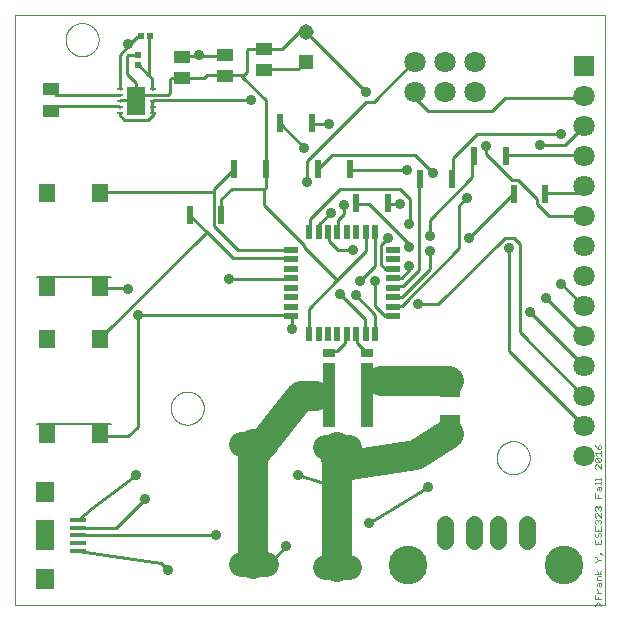
<source format=gtl>
G75*
%MOIN*%
%OFA0B0*%
%FSLAX25Y25*%
%IPPOS*%
%LPD*%
%AMOC8*
5,1,8,0,0,1.08239X$1,22.5*
%
%ADD10C,0.00200*%
%ADD11C,0.00000*%
%ADD12R,0.02200X0.05000*%
%ADD13R,0.05000X0.02200*%
%ADD14R,0.05700X0.04400*%
%ADD15R,0.07087X0.04724*%
%ADD16R,0.05709X0.01575*%
%ADD17R,0.05906X0.07087*%
%ADD18R,0.05906X0.09843*%
%ADD19C,0.05600*%
%ADD20C,0.12900*%
%ADD21C,0.07087*%
%ADD22R,0.07087X0.07087*%
%ADD23C,0.00500*%
%ADD24R,0.05512X0.06299*%
%ADD25R,0.01969X0.06299*%
%ADD26R,0.02200X0.02400*%
%ADD27R,0.04331X0.21260*%
%ADD28R,0.04331X0.02756*%
%ADD29R,0.02400X0.02200*%
%ADD30R,0.05150X0.05150*%
%ADD31C,0.05150*%
%ADD32R,0.02362X0.00945*%
%ADD33R,0.06496X0.09449*%
%ADD34C,0.08268*%
%ADD35C,0.01000*%
%ADD36C,0.03600*%
%ADD37C,0.10000*%
%ADD38C,0.03562*%
D10*
X0204438Y0032628D02*
X0205539Y0034095D01*
X0206640Y0032628D01*
X0206640Y0034837D02*
X0204438Y0034837D01*
X0204438Y0036305D01*
X0205172Y0037047D02*
X0206640Y0037047D01*
X0205906Y0037047D02*
X0205172Y0037781D01*
X0205172Y0038148D01*
X0205172Y0039256D02*
X0205172Y0039990D01*
X0205539Y0040357D01*
X0206640Y0040357D01*
X0206640Y0039256D01*
X0206273Y0038889D01*
X0205906Y0039256D01*
X0205906Y0040357D01*
X0205172Y0041099D02*
X0205172Y0042200D01*
X0205539Y0042567D01*
X0206640Y0042567D01*
X0206640Y0043309D02*
X0204438Y0043309D01*
X0205172Y0044410D02*
X0205906Y0043309D01*
X0206640Y0044410D01*
X0206640Y0041099D02*
X0205172Y0041099D01*
X0205539Y0035571D02*
X0205539Y0034837D01*
X0204805Y0047360D02*
X0205539Y0048094D01*
X0206640Y0048094D01*
X0205539Y0048094D02*
X0204805Y0048828D01*
X0204438Y0048828D01*
X0204438Y0047360D02*
X0204805Y0047360D01*
X0206273Y0049937D02*
X0206640Y0049937D01*
X0206640Y0050304D01*
X0206273Y0050304D01*
X0206273Y0049937D01*
X0206640Y0050304D02*
X0207374Y0049570D01*
X0206640Y0053253D02*
X0204438Y0053253D01*
X0204438Y0054721D01*
X0204805Y0055463D02*
X0205172Y0055463D01*
X0205539Y0055830D01*
X0205539Y0056564D01*
X0205906Y0056931D01*
X0206273Y0056931D01*
X0206640Y0056564D01*
X0206640Y0055830D01*
X0206273Y0055463D01*
X0206640Y0054721D02*
X0206640Y0053253D01*
X0205539Y0053253D02*
X0205539Y0053987D01*
X0204805Y0055463D02*
X0204438Y0055830D01*
X0204438Y0056564D01*
X0204805Y0056931D01*
X0204438Y0057673D02*
X0206640Y0057673D01*
X0206640Y0059141D01*
X0206273Y0059883D02*
X0206640Y0060250D01*
X0206640Y0060984D01*
X0206273Y0061351D01*
X0205906Y0061351D01*
X0205539Y0060984D01*
X0205539Y0060617D01*
X0205539Y0060984D02*
X0205172Y0061351D01*
X0204805Y0061351D01*
X0204438Y0060984D01*
X0204438Y0060250D01*
X0204805Y0059883D01*
X0204438Y0059141D02*
X0204438Y0057673D01*
X0205539Y0057673D02*
X0205539Y0058407D01*
X0204805Y0062093D02*
X0204438Y0062460D01*
X0204438Y0063194D01*
X0204805Y0063561D01*
X0205172Y0063561D01*
X0206640Y0062093D01*
X0206640Y0063561D01*
X0206273Y0064303D02*
X0206640Y0064669D01*
X0206640Y0065403D01*
X0206273Y0065770D01*
X0205906Y0065770D01*
X0205539Y0065403D01*
X0205539Y0065036D01*
X0205539Y0065403D02*
X0205172Y0065770D01*
X0204805Y0065770D01*
X0204438Y0065403D01*
X0204438Y0064669D01*
X0204805Y0064303D01*
X0204438Y0068722D02*
X0204438Y0070190D01*
X0205539Y0069456D02*
X0205539Y0068722D01*
X0206640Y0068722D02*
X0204438Y0068722D01*
X0205172Y0071299D02*
X0205172Y0072033D01*
X0205539Y0072400D01*
X0206640Y0072400D01*
X0206640Y0071299D01*
X0206273Y0070932D01*
X0205906Y0071299D01*
X0205906Y0072400D01*
X0206640Y0073142D02*
X0206640Y0073876D01*
X0206640Y0073509D02*
X0204438Y0073509D01*
X0204438Y0073142D01*
X0204438Y0074615D02*
X0204438Y0074982D01*
X0206640Y0074982D01*
X0206640Y0074615D02*
X0206640Y0075349D01*
X0206640Y0078298D02*
X0205172Y0079766D01*
X0204805Y0079766D01*
X0204438Y0079399D01*
X0204438Y0078665D01*
X0204805Y0078298D01*
X0206640Y0078298D02*
X0206640Y0079766D01*
X0206273Y0080508D02*
X0204805Y0081976D01*
X0206273Y0081976D01*
X0206640Y0081609D01*
X0206640Y0080875D01*
X0206273Y0080508D01*
X0204805Y0080508D01*
X0204438Y0080875D01*
X0204438Y0081609D01*
X0204805Y0081976D01*
X0205172Y0082718D02*
X0204438Y0083452D01*
X0206640Y0083452D01*
X0206640Y0082718D02*
X0206640Y0084186D01*
X0206273Y0084928D02*
X0206640Y0085295D01*
X0206640Y0086029D01*
X0206273Y0086396D01*
X0205906Y0086396D01*
X0205539Y0086029D01*
X0205539Y0084928D01*
X0206273Y0084928D01*
X0205539Y0084928D02*
X0204805Y0085662D01*
X0204438Y0086396D01*
D11*
X0011150Y0032803D02*
X0011150Y0229654D01*
X0208000Y0229654D01*
X0208000Y0032803D01*
X0011150Y0032803D01*
X0063118Y0098551D02*
X0063120Y0098699D01*
X0063126Y0098847D01*
X0063136Y0098995D01*
X0063150Y0099142D01*
X0063168Y0099289D01*
X0063189Y0099435D01*
X0063215Y0099581D01*
X0063245Y0099726D01*
X0063278Y0099870D01*
X0063316Y0100013D01*
X0063357Y0100155D01*
X0063402Y0100296D01*
X0063450Y0100436D01*
X0063503Y0100575D01*
X0063559Y0100712D01*
X0063619Y0100847D01*
X0063682Y0100981D01*
X0063749Y0101113D01*
X0063820Y0101243D01*
X0063894Y0101371D01*
X0063971Y0101497D01*
X0064052Y0101621D01*
X0064136Y0101743D01*
X0064223Y0101862D01*
X0064314Y0101979D01*
X0064408Y0102094D01*
X0064504Y0102206D01*
X0064604Y0102316D01*
X0064706Y0102422D01*
X0064812Y0102526D01*
X0064920Y0102627D01*
X0065031Y0102725D01*
X0065144Y0102821D01*
X0065260Y0102913D01*
X0065378Y0103002D01*
X0065499Y0103087D01*
X0065622Y0103170D01*
X0065747Y0103249D01*
X0065874Y0103325D01*
X0066003Y0103397D01*
X0066134Y0103466D01*
X0066267Y0103531D01*
X0066402Y0103592D01*
X0066538Y0103650D01*
X0066675Y0103705D01*
X0066814Y0103755D01*
X0066955Y0103802D01*
X0067096Y0103845D01*
X0067239Y0103885D01*
X0067383Y0103920D01*
X0067527Y0103952D01*
X0067673Y0103979D01*
X0067819Y0104003D01*
X0067966Y0104023D01*
X0068113Y0104039D01*
X0068260Y0104051D01*
X0068408Y0104059D01*
X0068556Y0104063D01*
X0068704Y0104063D01*
X0068852Y0104059D01*
X0069000Y0104051D01*
X0069147Y0104039D01*
X0069294Y0104023D01*
X0069441Y0104003D01*
X0069587Y0103979D01*
X0069733Y0103952D01*
X0069877Y0103920D01*
X0070021Y0103885D01*
X0070164Y0103845D01*
X0070305Y0103802D01*
X0070446Y0103755D01*
X0070585Y0103705D01*
X0070722Y0103650D01*
X0070858Y0103592D01*
X0070993Y0103531D01*
X0071126Y0103466D01*
X0071257Y0103397D01*
X0071386Y0103325D01*
X0071513Y0103249D01*
X0071638Y0103170D01*
X0071761Y0103087D01*
X0071882Y0103002D01*
X0072000Y0102913D01*
X0072116Y0102821D01*
X0072229Y0102725D01*
X0072340Y0102627D01*
X0072448Y0102526D01*
X0072554Y0102422D01*
X0072656Y0102316D01*
X0072756Y0102206D01*
X0072852Y0102094D01*
X0072946Y0101979D01*
X0073037Y0101862D01*
X0073124Y0101743D01*
X0073208Y0101621D01*
X0073289Y0101497D01*
X0073366Y0101371D01*
X0073440Y0101243D01*
X0073511Y0101113D01*
X0073578Y0100981D01*
X0073641Y0100847D01*
X0073701Y0100712D01*
X0073757Y0100575D01*
X0073810Y0100436D01*
X0073858Y0100296D01*
X0073903Y0100155D01*
X0073944Y0100013D01*
X0073982Y0099870D01*
X0074015Y0099726D01*
X0074045Y0099581D01*
X0074071Y0099435D01*
X0074092Y0099289D01*
X0074110Y0099142D01*
X0074124Y0098995D01*
X0074134Y0098847D01*
X0074140Y0098699D01*
X0074142Y0098551D01*
X0074140Y0098403D01*
X0074134Y0098255D01*
X0074124Y0098107D01*
X0074110Y0097960D01*
X0074092Y0097813D01*
X0074071Y0097667D01*
X0074045Y0097521D01*
X0074015Y0097376D01*
X0073982Y0097232D01*
X0073944Y0097089D01*
X0073903Y0096947D01*
X0073858Y0096806D01*
X0073810Y0096666D01*
X0073757Y0096527D01*
X0073701Y0096390D01*
X0073641Y0096255D01*
X0073578Y0096121D01*
X0073511Y0095989D01*
X0073440Y0095859D01*
X0073366Y0095731D01*
X0073289Y0095605D01*
X0073208Y0095481D01*
X0073124Y0095359D01*
X0073037Y0095240D01*
X0072946Y0095123D01*
X0072852Y0095008D01*
X0072756Y0094896D01*
X0072656Y0094786D01*
X0072554Y0094680D01*
X0072448Y0094576D01*
X0072340Y0094475D01*
X0072229Y0094377D01*
X0072116Y0094281D01*
X0072000Y0094189D01*
X0071882Y0094100D01*
X0071761Y0094015D01*
X0071638Y0093932D01*
X0071513Y0093853D01*
X0071386Y0093777D01*
X0071257Y0093705D01*
X0071126Y0093636D01*
X0070993Y0093571D01*
X0070858Y0093510D01*
X0070722Y0093452D01*
X0070585Y0093397D01*
X0070446Y0093347D01*
X0070305Y0093300D01*
X0070164Y0093257D01*
X0070021Y0093217D01*
X0069877Y0093182D01*
X0069733Y0093150D01*
X0069587Y0093123D01*
X0069441Y0093099D01*
X0069294Y0093079D01*
X0069147Y0093063D01*
X0069000Y0093051D01*
X0068852Y0093043D01*
X0068704Y0093039D01*
X0068556Y0093039D01*
X0068408Y0093043D01*
X0068260Y0093051D01*
X0068113Y0093063D01*
X0067966Y0093079D01*
X0067819Y0093099D01*
X0067673Y0093123D01*
X0067527Y0093150D01*
X0067383Y0093182D01*
X0067239Y0093217D01*
X0067096Y0093257D01*
X0066955Y0093300D01*
X0066814Y0093347D01*
X0066675Y0093397D01*
X0066538Y0093452D01*
X0066402Y0093510D01*
X0066267Y0093571D01*
X0066134Y0093636D01*
X0066003Y0093705D01*
X0065874Y0093777D01*
X0065747Y0093853D01*
X0065622Y0093932D01*
X0065499Y0094015D01*
X0065378Y0094100D01*
X0065260Y0094189D01*
X0065144Y0094281D01*
X0065031Y0094377D01*
X0064920Y0094475D01*
X0064812Y0094576D01*
X0064706Y0094680D01*
X0064604Y0094786D01*
X0064504Y0094896D01*
X0064408Y0095008D01*
X0064314Y0095123D01*
X0064223Y0095240D01*
X0064136Y0095359D01*
X0064052Y0095481D01*
X0063971Y0095605D01*
X0063894Y0095731D01*
X0063820Y0095859D01*
X0063749Y0095989D01*
X0063682Y0096121D01*
X0063619Y0096255D01*
X0063559Y0096390D01*
X0063503Y0096527D01*
X0063450Y0096666D01*
X0063402Y0096806D01*
X0063357Y0096947D01*
X0063316Y0097089D01*
X0063278Y0097232D01*
X0063245Y0097376D01*
X0063215Y0097521D01*
X0063189Y0097667D01*
X0063168Y0097813D01*
X0063150Y0097960D01*
X0063136Y0098107D01*
X0063126Y0098255D01*
X0063120Y0098403D01*
X0063118Y0098551D01*
X0028079Y0221386D02*
X0028081Y0221534D01*
X0028087Y0221682D01*
X0028097Y0221830D01*
X0028111Y0221977D01*
X0028129Y0222124D01*
X0028150Y0222270D01*
X0028176Y0222416D01*
X0028206Y0222561D01*
X0028239Y0222705D01*
X0028277Y0222848D01*
X0028318Y0222990D01*
X0028363Y0223131D01*
X0028411Y0223271D01*
X0028464Y0223410D01*
X0028520Y0223547D01*
X0028580Y0223682D01*
X0028643Y0223816D01*
X0028710Y0223948D01*
X0028781Y0224078D01*
X0028855Y0224206D01*
X0028932Y0224332D01*
X0029013Y0224456D01*
X0029097Y0224578D01*
X0029184Y0224697D01*
X0029275Y0224814D01*
X0029369Y0224929D01*
X0029465Y0225041D01*
X0029565Y0225151D01*
X0029667Y0225257D01*
X0029773Y0225361D01*
X0029881Y0225462D01*
X0029992Y0225560D01*
X0030105Y0225656D01*
X0030221Y0225748D01*
X0030339Y0225837D01*
X0030460Y0225922D01*
X0030583Y0226005D01*
X0030708Y0226084D01*
X0030835Y0226160D01*
X0030964Y0226232D01*
X0031095Y0226301D01*
X0031228Y0226366D01*
X0031363Y0226427D01*
X0031499Y0226485D01*
X0031636Y0226540D01*
X0031775Y0226590D01*
X0031916Y0226637D01*
X0032057Y0226680D01*
X0032200Y0226720D01*
X0032344Y0226755D01*
X0032488Y0226787D01*
X0032634Y0226814D01*
X0032780Y0226838D01*
X0032927Y0226858D01*
X0033074Y0226874D01*
X0033221Y0226886D01*
X0033369Y0226894D01*
X0033517Y0226898D01*
X0033665Y0226898D01*
X0033813Y0226894D01*
X0033961Y0226886D01*
X0034108Y0226874D01*
X0034255Y0226858D01*
X0034402Y0226838D01*
X0034548Y0226814D01*
X0034694Y0226787D01*
X0034838Y0226755D01*
X0034982Y0226720D01*
X0035125Y0226680D01*
X0035266Y0226637D01*
X0035407Y0226590D01*
X0035546Y0226540D01*
X0035683Y0226485D01*
X0035819Y0226427D01*
X0035954Y0226366D01*
X0036087Y0226301D01*
X0036218Y0226232D01*
X0036347Y0226160D01*
X0036474Y0226084D01*
X0036599Y0226005D01*
X0036722Y0225922D01*
X0036843Y0225837D01*
X0036961Y0225748D01*
X0037077Y0225656D01*
X0037190Y0225560D01*
X0037301Y0225462D01*
X0037409Y0225361D01*
X0037515Y0225257D01*
X0037617Y0225151D01*
X0037717Y0225041D01*
X0037813Y0224929D01*
X0037907Y0224814D01*
X0037998Y0224697D01*
X0038085Y0224578D01*
X0038169Y0224456D01*
X0038250Y0224332D01*
X0038327Y0224206D01*
X0038401Y0224078D01*
X0038472Y0223948D01*
X0038539Y0223816D01*
X0038602Y0223682D01*
X0038662Y0223547D01*
X0038718Y0223410D01*
X0038771Y0223271D01*
X0038819Y0223131D01*
X0038864Y0222990D01*
X0038905Y0222848D01*
X0038943Y0222705D01*
X0038976Y0222561D01*
X0039006Y0222416D01*
X0039032Y0222270D01*
X0039053Y0222124D01*
X0039071Y0221977D01*
X0039085Y0221830D01*
X0039095Y0221682D01*
X0039101Y0221534D01*
X0039103Y0221386D01*
X0039101Y0221238D01*
X0039095Y0221090D01*
X0039085Y0220942D01*
X0039071Y0220795D01*
X0039053Y0220648D01*
X0039032Y0220502D01*
X0039006Y0220356D01*
X0038976Y0220211D01*
X0038943Y0220067D01*
X0038905Y0219924D01*
X0038864Y0219782D01*
X0038819Y0219641D01*
X0038771Y0219501D01*
X0038718Y0219362D01*
X0038662Y0219225D01*
X0038602Y0219090D01*
X0038539Y0218956D01*
X0038472Y0218824D01*
X0038401Y0218694D01*
X0038327Y0218566D01*
X0038250Y0218440D01*
X0038169Y0218316D01*
X0038085Y0218194D01*
X0037998Y0218075D01*
X0037907Y0217958D01*
X0037813Y0217843D01*
X0037717Y0217731D01*
X0037617Y0217621D01*
X0037515Y0217515D01*
X0037409Y0217411D01*
X0037301Y0217310D01*
X0037190Y0217212D01*
X0037077Y0217116D01*
X0036961Y0217024D01*
X0036843Y0216935D01*
X0036722Y0216850D01*
X0036599Y0216767D01*
X0036474Y0216688D01*
X0036347Y0216612D01*
X0036218Y0216540D01*
X0036087Y0216471D01*
X0035954Y0216406D01*
X0035819Y0216345D01*
X0035683Y0216287D01*
X0035546Y0216232D01*
X0035407Y0216182D01*
X0035266Y0216135D01*
X0035125Y0216092D01*
X0034982Y0216052D01*
X0034838Y0216017D01*
X0034694Y0215985D01*
X0034548Y0215958D01*
X0034402Y0215934D01*
X0034255Y0215914D01*
X0034108Y0215898D01*
X0033961Y0215886D01*
X0033813Y0215878D01*
X0033665Y0215874D01*
X0033517Y0215874D01*
X0033369Y0215878D01*
X0033221Y0215886D01*
X0033074Y0215898D01*
X0032927Y0215914D01*
X0032780Y0215934D01*
X0032634Y0215958D01*
X0032488Y0215985D01*
X0032344Y0216017D01*
X0032200Y0216052D01*
X0032057Y0216092D01*
X0031916Y0216135D01*
X0031775Y0216182D01*
X0031636Y0216232D01*
X0031499Y0216287D01*
X0031363Y0216345D01*
X0031228Y0216406D01*
X0031095Y0216471D01*
X0030964Y0216540D01*
X0030835Y0216612D01*
X0030708Y0216688D01*
X0030583Y0216767D01*
X0030460Y0216850D01*
X0030339Y0216935D01*
X0030221Y0217024D01*
X0030105Y0217116D01*
X0029992Y0217212D01*
X0029881Y0217310D01*
X0029773Y0217411D01*
X0029667Y0217515D01*
X0029565Y0217621D01*
X0029465Y0217731D01*
X0029369Y0217843D01*
X0029275Y0217958D01*
X0029184Y0218075D01*
X0029097Y0218194D01*
X0029013Y0218316D01*
X0028932Y0218440D01*
X0028855Y0218566D01*
X0028781Y0218694D01*
X0028710Y0218824D01*
X0028643Y0218956D01*
X0028580Y0219090D01*
X0028520Y0219225D01*
X0028464Y0219362D01*
X0028411Y0219501D01*
X0028363Y0219641D01*
X0028318Y0219782D01*
X0028277Y0219924D01*
X0028239Y0220067D01*
X0028206Y0220211D01*
X0028176Y0220356D01*
X0028150Y0220502D01*
X0028129Y0220648D01*
X0028111Y0220795D01*
X0028097Y0220942D01*
X0028087Y0221090D01*
X0028081Y0221238D01*
X0028079Y0221386D01*
X0171779Y0082016D02*
X0171781Y0082164D01*
X0171787Y0082312D01*
X0171797Y0082460D01*
X0171811Y0082607D01*
X0171829Y0082754D01*
X0171850Y0082900D01*
X0171876Y0083046D01*
X0171906Y0083191D01*
X0171939Y0083335D01*
X0171977Y0083478D01*
X0172018Y0083620D01*
X0172063Y0083761D01*
X0172111Y0083901D01*
X0172164Y0084040D01*
X0172220Y0084177D01*
X0172280Y0084312D01*
X0172343Y0084446D01*
X0172410Y0084578D01*
X0172481Y0084708D01*
X0172555Y0084836D01*
X0172632Y0084962D01*
X0172713Y0085086D01*
X0172797Y0085208D01*
X0172884Y0085327D01*
X0172975Y0085444D01*
X0173069Y0085559D01*
X0173165Y0085671D01*
X0173265Y0085781D01*
X0173367Y0085887D01*
X0173473Y0085991D01*
X0173581Y0086092D01*
X0173692Y0086190D01*
X0173805Y0086286D01*
X0173921Y0086378D01*
X0174039Y0086467D01*
X0174160Y0086552D01*
X0174283Y0086635D01*
X0174408Y0086714D01*
X0174535Y0086790D01*
X0174664Y0086862D01*
X0174795Y0086931D01*
X0174928Y0086996D01*
X0175063Y0087057D01*
X0175199Y0087115D01*
X0175336Y0087170D01*
X0175475Y0087220D01*
X0175616Y0087267D01*
X0175757Y0087310D01*
X0175900Y0087350D01*
X0176044Y0087385D01*
X0176188Y0087417D01*
X0176334Y0087444D01*
X0176480Y0087468D01*
X0176627Y0087488D01*
X0176774Y0087504D01*
X0176921Y0087516D01*
X0177069Y0087524D01*
X0177217Y0087528D01*
X0177365Y0087528D01*
X0177513Y0087524D01*
X0177661Y0087516D01*
X0177808Y0087504D01*
X0177955Y0087488D01*
X0178102Y0087468D01*
X0178248Y0087444D01*
X0178394Y0087417D01*
X0178538Y0087385D01*
X0178682Y0087350D01*
X0178825Y0087310D01*
X0178966Y0087267D01*
X0179107Y0087220D01*
X0179246Y0087170D01*
X0179383Y0087115D01*
X0179519Y0087057D01*
X0179654Y0086996D01*
X0179787Y0086931D01*
X0179918Y0086862D01*
X0180047Y0086790D01*
X0180174Y0086714D01*
X0180299Y0086635D01*
X0180422Y0086552D01*
X0180543Y0086467D01*
X0180661Y0086378D01*
X0180777Y0086286D01*
X0180890Y0086190D01*
X0181001Y0086092D01*
X0181109Y0085991D01*
X0181215Y0085887D01*
X0181317Y0085781D01*
X0181417Y0085671D01*
X0181513Y0085559D01*
X0181607Y0085444D01*
X0181698Y0085327D01*
X0181785Y0085208D01*
X0181869Y0085086D01*
X0181950Y0084962D01*
X0182027Y0084836D01*
X0182101Y0084708D01*
X0182172Y0084578D01*
X0182239Y0084446D01*
X0182302Y0084312D01*
X0182362Y0084177D01*
X0182418Y0084040D01*
X0182471Y0083901D01*
X0182519Y0083761D01*
X0182564Y0083620D01*
X0182605Y0083478D01*
X0182643Y0083335D01*
X0182676Y0083191D01*
X0182706Y0083046D01*
X0182732Y0082900D01*
X0182753Y0082754D01*
X0182771Y0082607D01*
X0182785Y0082460D01*
X0182795Y0082312D01*
X0182801Y0082164D01*
X0182803Y0082016D01*
X0182801Y0081868D01*
X0182795Y0081720D01*
X0182785Y0081572D01*
X0182771Y0081425D01*
X0182753Y0081278D01*
X0182732Y0081132D01*
X0182706Y0080986D01*
X0182676Y0080841D01*
X0182643Y0080697D01*
X0182605Y0080554D01*
X0182564Y0080412D01*
X0182519Y0080271D01*
X0182471Y0080131D01*
X0182418Y0079992D01*
X0182362Y0079855D01*
X0182302Y0079720D01*
X0182239Y0079586D01*
X0182172Y0079454D01*
X0182101Y0079324D01*
X0182027Y0079196D01*
X0181950Y0079070D01*
X0181869Y0078946D01*
X0181785Y0078824D01*
X0181698Y0078705D01*
X0181607Y0078588D01*
X0181513Y0078473D01*
X0181417Y0078361D01*
X0181317Y0078251D01*
X0181215Y0078145D01*
X0181109Y0078041D01*
X0181001Y0077940D01*
X0180890Y0077842D01*
X0180777Y0077746D01*
X0180661Y0077654D01*
X0180543Y0077565D01*
X0180422Y0077480D01*
X0180299Y0077397D01*
X0180174Y0077318D01*
X0180047Y0077242D01*
X0179918Y0077170D01*
X0179787Y0077101D01*
X0179654Y0077036D01*
X0179519Y0076975D01*
X0179383Y0076917D01*
X0179246Y0076862D01*
X0179107Y0076812D01*
X0178966Y0076765D01*
X0178825Y0076722D01*
X0178682Y0076682D01*
X0178538Y0076647D01*
X0178394Y0076615D01*
X0178248Y0076588D01*
X0178102Y0076564D01*
X0177955Y0076544D01*
X0177808Y0076528D01*
X0177661Y0076516D01*
X0177513Y0076508D01*
X0177365Y0076504D01*
X0177217Y0076504D01*
X0177069Y0076508D01*
X0176921Y0076516D01*
X0176774Y0076528D01*
X0176627Y0076544D01*
X0176480Y0076564D01*
X0176334Y0076588D01*
X0176188Y0076615D01*
X0176044Y0076647D01*
X0175900Y0076682D01*
X0175757Y0076722D01*
X0175616Y0076765D01*
X0175475Y0076812D01*
X0175336Y0076862D01*
X0175199Y0076917D01*
X0175063Y0076975D01*
X0174928Y0077036D01*
X0174795Y0077101D01*
X0174664Y0077170D01*
X0174535Y0077242D01*
X0174408Y0077318D01*
X0174283Y0077397D01*
X0174160Y0077480D01*
X0174039Y0077565D01*
X0173921Y0077654D01*
X0173805Y0077746D01*
X0173692Y0077842D01*
X0173581Y0077940D01*
X0173473Y0078041D01*
X0173367Y0078145D01*
X0173265Y0078251D01*
X0173165Y0078361D01*
X0173069Y0078473D01*
X0172975Y0078588D01*
X0172884Y0078705D01*
X0172797Y0078824D01*
X0172713Y0078946D01*
X0172632Y0079070D01*
X0172555Y0079196D01*
X0172481Y0079324D01*
X0172410Y0079454D01*
X0172343Y0079586D01*
X0172280Y0079720D01*
X0172220Y0079855D01*
X0172164Y0079992D01*
X0172111Y0080131D01*
X0172063Y0080271D01*
X0172018Y0080412D01*
X0171977Y0080554D01*
X0171939Y0080697D01*
X0171906Y0080841D01*
X0171876Y0080986D01*
X0171850Y0081132D01*
X0171829Y0081278D01*
X0171811Y0081425D01*
X0171797Y0081572D01*
X0171787Y0081720D01*
X0171781Y0081868D01*
X0171779Y0082016D01*
D12*
X0131307Y0123344D03*
X0128157Y0123344D03*
X0125008Y0123344D03*
X0121858Y0123344D03*
X0118709Y0123344D03*
X0115559Y0123344D03*
X0112409Y0123344D03*
X0109260Y0123344D03*
X0109260Y0157144D03*
X0112409Y0157144D03*
X0115559Y0157144D03*
X0118709Y0157144D03*
X0121858Y0157144D03*
X0125008Y0157144D03*
X0128157Y0157144D03*
X0131307Y0157144D03*
D13*
X0137183Y0151268D03*
X0137183Y0148118D03*
X0137183Y0144969D03*
X0137183Y0141819D03*
X0137183Y0138669D03*
X0137183Y0135520D03*
X0137183Y0132370D03*
X0137183Y0129220D03*
X0103383Y0129220D03*
X0103383Y0132370D03*
X0103383Y0135520D03*
X0103383Y0138669D03*
X0103383Y0141819D03*
X0103383Y0144969D03*
X0103383Y0148118D03*
X0103383Y0151268D03*
D14*
X0094063Y0211182D03*
X0094063Y0218282D03*
X0081228Y0216393D03*
X0081228Y0209293D03*
X0066819Y0208663D03*
X0066819Y0215763D03*
X0023079Y0204778D03*
X0023079Y0197678D03*
D15*
X0156150Y0104457D03*
X0156150Y0093827D03*
D16*
X0032075Y0061228D03*
X0032075Y0058669D03*
X0032075Y0056110D03*
X0032075Y0053551D03*
X0032075Y0050992D03*
D17*
X0021346Y0041602D03*
X0021346Y0070618D03*
D18*
X0021346Y0056110D03*
D19*
X0154457Y0054176D02*
X0154457Y0059776D01*
X0164299Y0059776D02*
X0164299Y0054176D01*
X0172173Y0054176D02*
X0172173Y0059776D01*
X0182016Y0059776D02*
X0182016Y0054176D01*
D20*
X0194220Y0046307D03*
X0142252Y0046307D03*
D21*
X0200756Y0082567D03*
X0200756Y0092567D03*
X0200756Y0102567D03*
X0200756Y0112567D03*
X0200756Y0122567D03*
X0200756Y0132567D03*
X0200756Y0142567D03*
X0200756Y0152567D03*
X0200756Y0162567D03*
X0200756Y0172567D03*
X0200756Y0182567D03*
X0200756Y0192567D03*
X0200756Y0202567D03*
X0164457Y0203984D03*
X0164457Y0213984D03*
X0154457Y0213984D03*
X0154457Y0203984D03*
X0144457Y0203984D03*
X0144457Y0213984D03*
D22*
X0200756Y0212567D03*
D23*
X0043197Y0142134D02*
X0018394Y0142134D01*
X0018394Y0093315D02*
X0043197Y0093315D01*
D24*
X0039654Y0089969D03*
X0021937Y0089969D03*
X0021937Y0121465D03*
X0021937Y0138787D03*
X0039654Y0138787D03*
X0039654Y0121465D03*
X0039654Y0170283D03*
X0021937Y0170283D03*
D25*
X0069417Y0163039D03*
X0080047Y0163039D03*
X0084102Y0178157D03*
X0094732Y0178157D03*
X0099535Y0193551D03*
X0110165Y0193551D03*
X0112291Y0178394D03*
X0122921Y0178394D03*
X0124811Y0166858D03*
X0135441Y0166858D03*
X0146307Y0175047D03*
X0156937Y0175047D03*
X0164181Y0182764D03*
X0174811Y0182764D03*
X0177409Y0170047D03*
X0188039Y0170047D03*
D26*
X0056382Y0222488D03*
X0053082Y0222488D03*
D27*
X0116031Y0102921D03*
X0128630Y0102921D03*
D28*
X0128630Y0117094D03*
X0116031Y0117094D03*
D29*
X0052134Y0212964D03*
X0052134Y0216264D03*
D30*
X0108315Y0213945D03*
D31*
X0108315Y0223945D03*
D32*
X0057094Y0204929D03*
X0057094Y0202961D03*
X0057094Y0200992D03*
X0057094Y0199024D03*
X0057094Y0197055D03*
X0046071Y0197055D03*
X0046071Y0199024D03*
X0046071Y0200992D03*
X0046071Y0202961D03*
X0046071Y0204929D03*
D33*
X0051583Y0200992D03*
D34*
X0086465Y0086465D02*
X0094732Y0086465D01*
X0114417Y0085677D02*
X0122685Y0085677D01*
X0122685Y0045677D02*
X0114417Y0045677D01*
X0094732Y0046465D02*
X0086465Y0046465D01*
D35*
X0090598Y0046465D02*
X0091740Y0042528D01*
X0101701Y0052488D01*
X0105638Y0076110D02*
X0118433Y0072173D01*
X0129260Y0060362D02*
X0148945Y0072173D01*
X0155835Y0089890D02*
X0156150Y0093827D01*
X0156150Y0104457D02*
X0155835Y0107606D01*
X0176012Y0117449D02*
X0200618Y0092843D01*
X0200756Y0092567D01*
X0200756Y0102567D02*
X0200618Y0102685D01*
X0179457Y0123846D01*
X0179457Y0153374D01*
X0177488Y0155343D01*
X0174535Y0155343D01*
X0152390Y0133197D01*
X0145500Y0133197D01*
X0140087Y0132705D02*
X0159280Y0151898D01*
X0159280Y0166169D01*
X0161740Y0168630D01*
X0156937Y0175047D02*
X0157311Y0175520D01*
X0157311Y0181917D01*
X0165185Y0189791D01*
X0193236Y0189791D01*
X0194713Y0186346D02*
X0200618Y0192252D01*
X0200756Y0192567D01*
X0194713Y0186346D02*
X0186346Y0186346D01*
X0175028Y0182902D02*
X0174811Y0182764D01*
X0175028Y0182902D02*
X0200618Y0182902D01*
X0200756Y0182567D01*
X0200618Y0172567D02*
X0200756Y0172567D01*
X0200618Y0172567D02*
X0198157Y0170106D01*
X0188315Y0170106D01*
X0188039Y0170047D01*
X0185362Y0168138D02*
X0185362Y0166661D01*
X0189299Y0162724D01*
X0200618Y0162724D01*
X0200756Y0162567D01*
X0185362Y0168138D02*
X0178965Y0174535D01*
X0176996Y0174535D01*
X0168138Y0183394D01*
X0168138Y0185854D01*
X0164181Y0182764D02*
X0163709Y0182409D01*
X0163709Y0175520D01*
X0149437Y0161248D01*
X0149437Y0155835D01*
X0149437Y0150913D02*
X0149437Y0145008D01*
X0140087Y0135657D01*
X0137626Y0135657D01*
X0137183Y0135520D01*
X0137626Y0132705D02*
X0137183Y0132370D01*
X0137626Y0132705D02*
X0140087Y0132705D01*
X0137183Y0129220D02*
X0137134Y0129260D01*
X0134673Y0129260D01*
X0131228Y0132705D01*
X0131228Y0141071D01*
X0126307Y0141071D02*
X0131228Y0145992D01*
X0131228Y0156819D01*
X0131307Y0157144D01*
X0128276Y0156819D02*
X0128157Y0157144D01*
X0128276Y0156819D02*
X0128276Y0150913D01*
X0118679Y0141317D01*
X0107606Y0152390D01*
X0107606Y0152882D01*
X0094319Y0166169D01*
X0094319Y0171583D01*
X0094811Y0172075D01*
X0094811Y0177980D01*
X0094732Y0178157D01*
X0094811Y0178472D01*
X0094811Y0201110D01*
X0086937Y0208984D01*
X0086937Y0209476D01*
X0087429Y0209476D01*
X0088413Y0210461D01*
X0088413Y0217843D01*
X0088906Y0218335D01*
X0093827Y0218335D01*
X0094063Y0218282D01*
X0094319Y0218335D01*
X0100224Y0218335D01*
X0105638Y0223748D01*
X0108098Y0223748D01*
X0108315Y0223945D01*
X0108591Y0223748D01*
X0128276Y0204063D01*
X0128276Y0200618D02*
X0130736Y0200618D01*
X0144024Y0213906D01*
X0144457Y0213984D01*
X0144457Y0203984D02*
X0144516Y0203571D01*
X0144516Y0202094D01*
X0148945Y0197665D01*
X0170106Y0197665D01*
X0174535Y0202094D01*
X0200618Y0202094D01*
X0200756Y0202567D01*
X0177409Y0170047D02*
X0176996Y0169614D01*
X0162724Y0155343D01*
X0176012Y0151898D02*
X0176012Y0117449D01*
X0182902Y0130736D02*
X0200618Y0113020D01*
X0200756Y0112567D01*
X0200756Y0122567D02*
X0200618Y0122862D01*
X0188315Y0135165D01*
X0193236Y0140087D02*
X0200756Y0132567D01*
X0150421Y0176996D02*
X0144516Y0182902D01*
X0116957Y0182902D01*
X0112528Y0178472D01*
X0112291Y0178394D01*
X0108591Y0180933D02*
X0108591Y0174043D01*
X0108591Y0180933D02*
X0128276Y0200618D01*
X0115972Y0193236D02*
X0110559Y0193236D01*
X0110165Y0193551D01*
X0107606Y0185362D02*
X0099732Y0193236D01*
X0099535Y0193551D01*
X0089890Y0201110D02*
X0057409Y0201110D01*
X0057094Y0200992D01*
X0056917Y0200618D01*
X0056917Y0199142D01*
X0057094Y0199024D01*
X0056917Y0198650D01*
X0056917Y0197173D01*
X0057094Y0197055D01*
X0057409Y0196681D01*
X0055441Y0194713D01*
X0047567Y0194713D01*
X0046091Y0196189D01*
X0046091Y0196681D01*
X0046071Y0197055D01*
X0046071Y0199024D02*
X0045598Y0199142D01*
X0024437Y0199142D01*
X0023453Y0198157D01*
X0023079Y0197678D01*
X0024929Y0203079D02*
X0023453Y0204555D01*
X0023079Y0204778D01*
X0024929Y0203079D02*
X0045598Y0203079D01*
X0046071Y0202961D01*
X0046091Y0201110D02*
X0046071Y0200992D01*
X0046091Y0201110D02*
X0051012Y0201110D01*
X0051504Y0201602D01*
X0051996Y0201110D01*
X0051583Y0200992D01*
X0051504Y0203571D01*
X0051504Y0207016D01*
X0048551Y0209969D01*
X0048551Y0215874D01*
X0049043Y0216366D01*
X0051996Y0216366D01*
X0052134Y0216264D01*
X0052134Y0212964D02*
X0052488Y0212921D01*
X0055687Y0209722D01*
X0055933Y0209969D01*
X0055933Y0222272D01*
X0056382Y0222488D01*
X0053082Y0222488D02*
X0052980Y0222272D01*
X0051996Y0222272D01*
X0049289Y0219565D01*
X0049043Y0219811D01*
X0049289Y0219565D02*
X0046091Y0216366D01*
X0046091Y0205047D01*
X0046071Y0204929D01*
X0051504Y0203079D02*
X0051504Y0202094D01*
X0051583Y0200992D01*
X0051504Y0203079D02*
X0056917Y0203079D01*
X0057094Y0202961D01*
X0057409Y0203079D01*
X0062331Y0203079D01*
X0062823Y0203571D01*
X0062823Y0208000D01*
X0063315Y0208492D01*
X0066760Y0208492D01*
X0066819Y0208663D01*
X0067252Y0208492D01*
X0074142Y0208492D01*
X0075126Y0209476D01*
X0081031Y0209476D01*
X0081228Y0209293D01*
X0081524Y0209476D01*
X0086937Y0209476D01*
X0081228Y0216393D02*
X0081031Y0216366D01*
X0080539Y0215874D01*
X0072665Y0215874D01*
X0072665Y0216366D01*
X0072665Y0215874D02*
X0067252Y0215874D01*
X0066819Y0215763D01*
X0056917Y0208492D02*
X0056917Y0205047D01*
X0057094Y0204929D01*
X0056917Y0208492D02*
X0055687Y0209722D01*
X0084102Y0178157D02*
X0083984Y0177980D01*
X0077587Y0171583D01*
X0077587Y0170598D01*
X0039693Y0170598D01*
X0039654Y0170283D01*
X0069417Y0163039D02*
X0069713Y0162724D01*
X0075126Y0157311D01*
X0039693Y0121878D01*
X0039654Y0121465D01*
X0052094Y0129654D02*
X0052094Y0092252D01*
X0048945Y0089102D01*
X0040520Y0089102D01*
X0039654Y0089969D01*
X0051504Y0076110D02*
X0036740Y0065283D01*
X0032075Y0061228D01*
X0032075Y0058669D02*
X0044890Y0058669D01*
X0054457Y0068236D01*
X0059890Y0047055D02*
X0062331Y0044614D01*
X0059890Y0047055D02*
X0032075Y0050992D01*
X0032075Y0056110D02*
X0077764Y0056110D01*
X0078079Y0056425D01*
X0090874Y0083000D02*
X0090598Y0086465D01*
X0111543Y0102685D02*
X0116031Y0102921D01*
X0128276Y0103177D02*
X0128630Y0102921D01*
X0133197Y0107606D01*
X0128630Y0117094D02*
X0125323Y0120402D01*
X0125323Y0122862D01*
X0125008Y0123344D01*
X0121858Y0123344D02*
X0121386Y0122862D01*
X0121386Y0120402D01*
X0118433Y0117449D01*
X0116465Y0117449D01*
X0116031Y0117094D01*
X0109260Y0123344D02*
X0109083Y0123354D01*
X0109083Y0131720D01*
X0118679Y0141317D01*
X0119417Y0136642D02*
X0127783Y0128276D01*
X0127783Y0123354D01*
X0128157Y0123344D01*
X0131228Y0123354D02*
X0131307Y0123344D01*
X0131228Y0123354D02*
X0131228Y0129752D01*
X0124831Y0136150D01*
X0134673Y0145008D02*
X0133197Y0146484D01*
X0133197Y0152882D01*
X0135657Y0155343D01*
X0142547Y0153374D02*
X0142547Y0152390D01*
X0142547Y0153374D02*
X0129260Y0166661D01*
X0124831Y0166661D01*
X0124811Y0166858D01*
X0120894Y0166169D02*
X0120894Y0163217D01*
X0118925Y0161248D01*
X0118925Y0157311D01*
X0118709Y0157144D01*
X0115972Y0156819D02*
X0115972Y0154358D01*
X0118925Y0151406D01*
X0123846Y0151406D01*
X0115972Y0156819D02*
X0115559Y0157144D01*
X0112528Y0157311D02*
X0112528Y0159772D01*
X0116465Y0163709D01*
X0112528Y0157311D02*
X0112409Y0157144D01*
X0109575Y0157311D02*
X0109260Y0157144D01*
X0109575Y0157311D02*
X0109575Y0161740D01*
X0119417Y0171583D01*
X0139594Y0171583D01*
X0143039Y0168138D01*
X0143039Y0160264D01*
X0142547Y0159772D01*
X0139594Y0166661D02*
X0135657Y0166661D01*
X0135441Y0166858D01*
X0142055Y0177980D02*
X0123354Y0177980D01*
X0122921Y0178394D01*
X0145992Y0175028D02*
X0146307Y0175047D01*
X0145992Y0175028D02*
X0145992Y0144516D01*
X0140579Y0139102D01*
X0137626Y0139102D01*
X0137183Y0138669D01*
X0137183Y0141819D02*
X0137626Y0142055D01*
X0140087Y0142055D01*
X0142547Y0144516D01*
X0142547Y0145992D01*
X0137183Y0144969D02*
X0137134Y0145008D01*
X0134673Y0145008D01*
X0103383Y0148118D02*
X0103177Y0148453D01*
X0083984Y0148453D01*
X0075126Y0157311D01*
X0077587Y0159280D02*
X0077587Y0170598D01*
X0080047Y0168138D02*
X0083492Y0171583D01*
X0094319Y0171583D01*
X0080047Y0168138D02*
X0080047Y0163039D01*
X0077587Y0159280D02*
X0085461Y0151406D01*
X0103177Y0151406D01*
X0103383Y0151268D01*
X0103383Y0141819D02*
X0103177Y0141563D01*
X0082409Y0141563D01*
X0102950Y0129654D02*
X0103383Y0129220D01*
X0103669Y0128768D01*
X0103669Y0124831D01*
X0102950Y0129654D02*
X0052094Y0129654D01*
X0048945Y0138315D02*
X0048787Y0138472D01*
X0039654Y0138472D01*
X0039654Y0138787D01*
X0094063Y0211182D02*
X0094319Y0211445D01*
X0105638Y0211445D01*
X0108098Y0213906D01*
X0108315Y0213945D01*
D36*
X0115972Y0193236D03*
X0107606Y0185362D03*
X0108591Y0174043D03*
X0116465Y0163709D03*
X0120894Y0166169D03*
X0123846Y0151406D03*
X0126307Y0141071D03*
X0131228Y0141071D03*
X0124831Y0136150D03*
X0119417Y0136642D03*
X0103669Y0124831D03*
X0082409Y0141563D03*
X0089890Y0201110D03*
X0072665Y0216366D03*
X0049043Y0219811D03*
X0128276Y0204063D03*
X0142055Y0177980D03*
X0150421Y0176996D03*
X0139594Y0166661D03*
X0142547Y0159772D03*
X0142547Y0152390D03*
X0142547Y0145992D03*
X0149437Y0150913D03*
X0149437Y0155835D03*
X0161740Y0168630D03*
X0162724Y0155343D03*
X0176012Y0151898D03*
X0188315Y0135165D03*
X0193236Y0140087D03*
X0182902Y0130736D03*
X0145500Y0133197D03*
X0135657Y0155343D03*
X0168138Y0185854D03*
X0186346Y0186346D03*
X0193236Y0189791D03*
D37*
X0155835Y0107606D02*
X0133197Y0107606D01*
X0118551Y0085677D02*
X0118236Y0083000D01*
X0118433Y0079063D01*
X0118433Y0072173D01*
X0118433Y0051071D01*
X0118551Y0045677D01*
X0090598Y0046465D02*
X0090598Y0086465D01*
X0090874Y0083000D02*
X0106622Y0102685D01*
X0111543Y0102685D01*
X0118433Y0079063D02*
X0145008Y0083000D01*
X0155835Y0089890D01*
D38*
X0148945Y0072173D03*
X0129260Y0060362D03*
X0105638Y0076110D03*
X0101701Y0052488D03*
X0078079Y0056425D03*
X0062331Y0044614D03*
X0054457Y0068236D03*
X0051504Y0076110D03*
X0052094Y0129654D03*
X0048945Y0138315D03*
M02*

</source>
